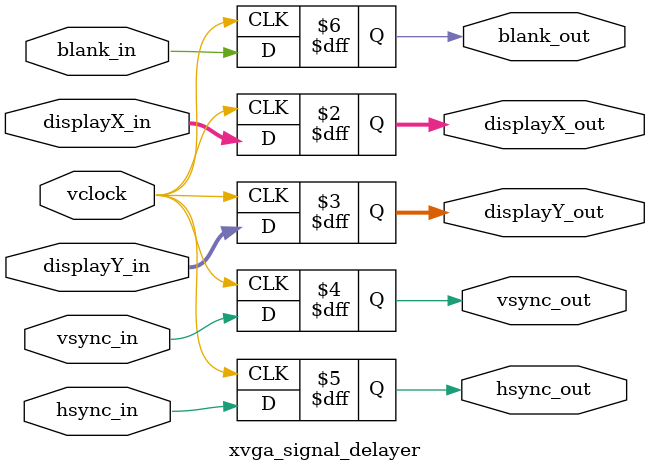
<source format=v>



// Don't instantiate this: instantiate an xvga_delayed_group
module xvga(input vclock,
            output reg [11:0] displayX, // pixel number on current line
            output reg [11:0]  displayY, // line number
            output reg 	      vsync,hsync,blank);

   // horizontal: 1344 pixels total
   // display 1024 pixels per line
   reg 			      hblank,vblank;
   wire 		      hsyncon,hsyncoff,hreset,hblankon;
   assign hblankon = (displayX == 1023);
   assign hsyncon = (displayX == 1047);
   assign hsyncoff = (displayX == 1183);
   assign hreset = (displayX == 1343);

   // vertical: 806 lines total
   // display 768 lines
   wire 		      vsyncon,vsyncoff,vreset,vblankon;
   assign vblankon = hreset & (displayY == 767);
   assign vsyncon = hreset & (displayY == 776);
   assign vsyncoff = hreset & (displayY == 782);
   assign vreset = hreset & (displayY == 805);

   // sync and blanking
   wire 		      next_hblank,next_vblank;
   assign next_hblank = hreset ? 0 : hblankon ? 1 : hblank;
   assign next_vblank = vreset ? 0 : vblankon ? 1 : vblank;
   always @(posedge vclock) begin
      displayX <= hreset ? 0 : displayX + 1;
      hblank <= next_hblank;
      hsync <= hsyncon ? 0 : hsyncoff ? 1 : hsync;  // active low

      displayY <= hreset ? (vreset ? 0 : displayY + 1) : displayY;
      vblank <= next_vblank;
      vsync <= vsyncon ? 0 : vsyncoff ? 1 : vsync;  // active low

      blank <= next_vblank | (next_hblank & ~hreset);
   end
endmodule

module xvga1280_1024(input vclock,
            output reg [11:0] displayX, // pixel number on current line
            output reg [11:0]  displayY, // line number
            output reg 	      vsync,hsync,blank);

   // Settings from http://tinyvga.com/vga-timing/1280x1024@60Hz
   reg 			      hblank,vblank;
   wire 		      hsyncon,hsyncoff,hreset,hblankon;
   assign hblankon = (displayX == 1023);
   assign hsyncon = (displayX == 1047);
   assign hsyncoff = (displayX == 1183);
   assign hreset = (displayX == 1343);

   // vertical: 806 lines total
   // display 768 lines
   wire 		      vsyncon,vsyncoff,vreset,vblankon;
   assign vblankon = hreset & (displayY == 767);
   assign vsyncon = hreset & (displayY == 776);
   assign vsyncoff = hreset & (displayY == 782);
   assign vreset = hreset & (displayY == 805);

   // sync and blanking
   wire 		      next_hblank,next_vblank;
   assign next_hblank = hreset ? 0 : hblankon ? 1 : hblank;
   assign next_vblank = vreset ? 0 : vblankon ? 1 : vblank;
   always @(posedge vclock) begin
      displayX <= hreset ? 0 : displayX + 1;
      hblank <= next_hblank;
      hsync <= hsyncon ? 0 : hsyncoff ? 1 : hsync;  // active low

      displayY <= hreset ? (vreset ? 0 : displayY + 1) : displayY;
      vblank <= next_vblank;
      vsync <= vsyncon ? 0 : vsyncoff ? 1 : vsync;  // active low

      blank <= next_vblank | (next_hblank & ~hreset);
   end
endmodule

module mysprite(input [10:0]displayX, input [9:0]displayY, input vsync, input hsync, input blank,
  output [3:0]vga_r, output [3:0]vga_g, output [3:0] vga_b);

    assign vga_r = 4'b0;
    assign vga_b = blank ? 4'b0 : 4'b1111;
    assign vga_g = 4'b0;
endmodule

module xvga_signal_delayer(input vclock,
                           input [10:0] displayX_in, // pixel number on current line
                           input [9:0]  displayY_in, // line number
                           input 	      vsync_in,hsync_in,blank_in,

                           output reg [10:0] displayX_out, // pixel number on current line
                           output reg [9:0]  displayY_out, // line number
                           output reg 	     vsync_out,hsync_out,blank_out);
  always @(posedge vclock) begin
    displayX_out <= displayX_in;
    displayY_out <= displayY_in;
    vsync_out <= vsync_in;
    hsync_out <= hsync_in;
    blank_out <= blank_in;
  end
endmodule

// This is the
// Instantiate a whole array of these boys in one go.
/*
module xvga_delayed_group #(parameter NUM_DELAYS=1)
  (input vclock,
   output wire [10:0] displayX[NUM_DELAYS:0],
   output wire [9:0] displayY[NUM_DELAYS:0],
   output wire vsync[NUM_DELAYS:0],
   output wire hsync[NUM_DELAYS:0],
   output wire blank[NUM_DELAYS:0]);

  xvga x(.vclock(vclock), .displayX(displayX[0]), .displayY(displayY[0]),
         .vsync(vsync[0]), .hsync(hsync[0]), .blank(blank[0]));

  genvar i;
  generate for (i = 1; i <= NUM_DELAYS; i = i + 1) begin
    xvga_signal_delayer sig_delay_group (.vclock(vclock),
      .displayX_in(displayX[i-1]), .displayY_in(displayY[i-1]),
      .vsync_in(vsync[i-1]), .hsync_in(hsync[i-1]), .blank_in(blank[i-1]),
      .displayX_out(displayX[i]), .displayY_out(displayY[i]),
      .vsync_out(vsync[i]), .hsync_out(hsync[i]), .blank_out(blank[i]));
  end
  endgenerate
endmodule
*/
</source>
